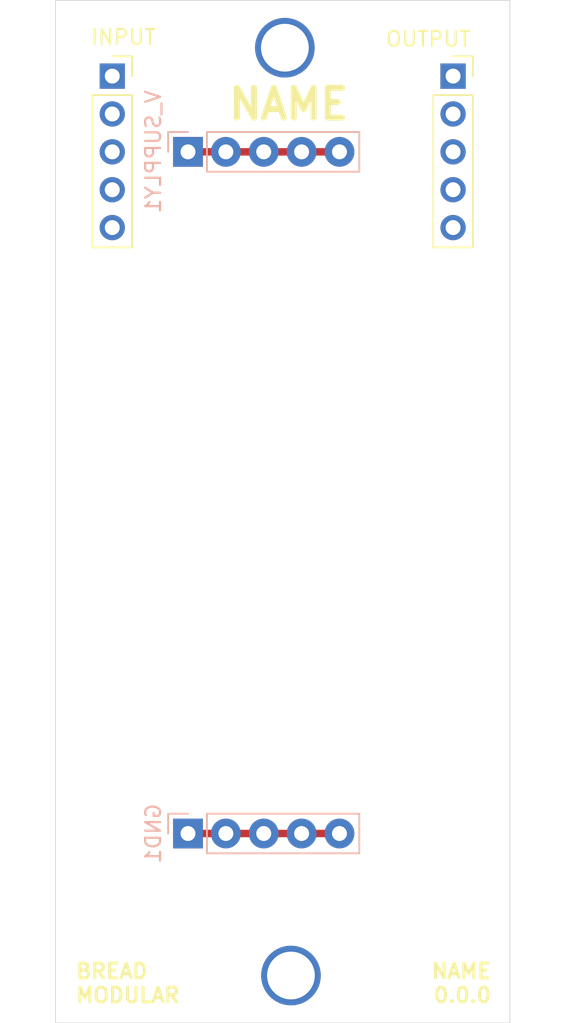
<source format=kicad_pcb>
(kicad_pcb (version 20241229) (generator "pcbnew") (generator_version "9.0")
  (layers (0 "F.Cu" signal) (2 "B.Cu" signal) (13 "F.Paste" user) (15 "B.Paste" user) (5 "F.SilkS" user "F.Silkscreen") (7 "B.SilkS" user "B.Silkscreen") (1 "F.Mask" user) (3 "B.Mask" user) (25 "Edge.Cuts" user))
  (net 0 "")
  (net 1 "GND")
  (net 12 "V_SUPPLY")
  (footprint "Connector_PinSocket_2.54mm:PinSocket_1x05_P2.54mm_Vertical" (layer "F.Cu") (at 50.8 45.72)
    (property "Reference" "INPUT1")
    (property "Value" "Conn_01x05_Socket")
    (fp_line (start -1.33 1.27) (end -1.33 11.49) (stroke (width 0.12)) (layer "F.SilkS"))
    (fp_line (start -1.33 1.27) (end 1.33 1.27) (stroke (width 0.12)) (layer "F.SilkS"))
    (fp_line (start -1.33 11.49) (end 1.33 11.49) (stroke (width 0.12)) (layer "F.SilkS"))
    (fp_line (start 0 -1.33) (end 1.33 -1.33) (stroke (width 0.12)) (layer "F.SilkS"))
    (fp_line (start 1.33 -1.33) (end 1.33 0) (stroke (width 0.12)) (layer "F.SilkS"))
    (fp_line (start 1.33 1.27) (end 1.33 11.49) (stroke (width 0.12)) (layer "F.SilkS"))
    (pad "1" thru_hole rect (at 0 0) (size 1.7 1.7) (drill 1) (layers "*.Cu" "*.Mask"))
    (pad "2" thru_hole oval (at 0 2.54) (size 1.7 1.7) (drill 1) (layers "*.Cu" "*.Mask"))
    (pad "3" thru_hole oval (at 0 5.08) (size 1.7 1.7) (drill 1) (layers "*.Cu" "*.Mask"))
    (pad "4" thru_hole oval (at 0 7.62) (size 1.7 1.7) (drill 1) (layers "*.Cu" "*.Mask"))
    (pad "5" thru_hole oval (at 0 10.16) (size 1.7 1.7) (drill 1) (layers "*.Cu" "*.Mask"))
  )
  (footprint "Connector_PinSocket_2.54mm:PinSocket_1x05_P2.54mm_Vertical" (layer "F.Cu") (at 73.66 45.72)
    (property "Reference" "OUTPUT1")
    (property "Value" "Conn_01x05_Socket")
    (fp_line (start -1.33 1.27) (end -1.33 11.49) (stroke (width 0.12)) (layer "F.SilkS"))
    (fp_line (start -1.33 1.27) (end 1.33 1.27) (stroke (width 0.12)) (layer "F.SilkS"))
    (fp_line (start -1.33 11.49) (end 1.33 11.49) (stroke (width 0.12)) (layer "F.SilkS"))
    (fp_line (start 0 -1.33) (end 1.33 -1.33) (stroke (width 0.12)) (layer "F.SilkS"))
    (fp_line (start 1.33 -1.33) (end 1.33 0) (stroke (width 0.12)) (layer "F.SilkS"))
    (fp_line (start 1.33 1.27) (end 1.33 11.49) (stroke (width 0.12)) (layer "F.SilkS"))
    (pad "1" thru_hole rect (at 0 0) (size 1.7 1.7) (drill 1) (layers "*.Cu" "*.Mask"))
    (pad "2" thru_hole oval (at 0 2.54) (size 1.7 1.7) (drill 1) (layers "*.Cu" "*.Mask"))
    (pad "3" thru_hole oval (at 0 5.08) (size 1.7 1.7) (drill 1) (layers "*.Cu" "*.Mask"))
    (pad "4" thru_hole oval (at 0 7.62) (size 1.7 1.7) (drill 1) (layers "*.Cu" "*.Mask"))
    (pad "5" thru_hole oval (at 0 10.16) (size 1.7 1.7) (drill 1) (layers "*.Cu" "*.Mask"))
  )
  (footprint "BreadModular_MISC:Power_Connector" (layer "B.Cu") (at 55.88 50.8 -90)
    (property "Reference" "V_SUPPLY1" (at 0 2.33 90) (layer "B.SilkS") (effects (justify mirror)))
    (property "Value" "Conn_01x05_Pin")
    (fp_line (start -1.33 1.33) (end -1.33 0) (stroke (width 0.12)) (layer "B.SilkS"))
    (fp_line (start 0 1.33) (end -1.33 1.33) (stroke (width 0.12)) (layer "B.SilkS"))
    (fp_line (start 1.33 -1.27) (end -1.33 -1.27) (stroke (width 0.12)) (layer "B.SilkS"))
    (fp_line (start -1.33 -11.49) (end -1.33 -1.27) (stroke (width 0.12)) (layer "B.SilkS"))
    (fp_line (start 1.33 -11.49) (end 1.33 -1.27) (stroke (width 0.12)) (layer "B.SilkS"))
    (fp_line (start 1.33 -11.49) (end -1.33 -11.49) (stroke (width 0.12)) (layer "B.SilkS"))
    (pad "1" thru_hole rect (at 0 0 270) (size 2 2) (drill 1) (layers "*.Cu" "*.Mask") (net 12 "V_SUPPLY"))
    (pad "2" thru_hole oval (at 0 -2.54 270) (size 2 2) (drill 1) (layers "*.Cu" "*.Mask") (net 12 "V_SUPPLY"))
    (pad "3" thru_hole oval (at 0 -5.08 270) (size 2 2) (drill 1) (layers "*.Cu" "*.Mask") (net 12 "V_SUPPLY"))
    (pad "4" thru_hole oval (at 0 -7.62 270) (size 2 2) (drill 1) (layers "*.Cu" "*.Mask") (net 12 "V_SUPPLY"))
    (pad "5" thru_hole oval (at 0 -10.16 270) (size 2 2) (drill 1) (layers "*.Cu" "*.Mask") (net 12 "V_SUPPLY"))
  )
  (footprint "BreadModular_MISC:Power_Connector" (layer "B.Cu") (at 55.88 96.52 -90)
    (property "Reference" "GND1" (at 0 2.33 90) (layer "B.SilkS") (effects (justify mirror)))
    (property "Value" "Conn_01x05_Pin")
    (fp_line (start -1.33 1.33) (end -1.33 0) (stroke (width 0.12)) (layer "B.SilkS"))
    (fp_line (start 0 1.33) (end -1.33 1.33) (stroke (width 0.12)) (layer "B.SilkS"))
    (fp_line (start 1.33 -1.27) (end -1.33 -1.27) (stroke (width 0.12)) (layer "B.SilkS"))
    (fp_line (start -1.33 -11.49) (end -1.33 -1.27) (stroke (width 0.12)) (layer "B.SilkS"))
    (fp_line (start 1.33 -11.49) (end 1.33 -1.27) (stroke (width 0.12)) (layer "B.SilkS"))
    (fp_line (start 1.33 -11.49) (end -1.33 -11.49) (stroke (width 0.12)) (layer "B.SilkS"))
    (pad "1" thru_hole rect (at 0 0 270) (size 2 2) (drill 1) (layers "*.Cu" "*.Mask") (net 1 "GND"))
    (pad "2" thru_hole oval (at 0 -2.54 270) (size 2 2) (drill 1) (layers "*.Cu" "*.Mask") (net 1 "GND"))
    (pad "3" thru_hole oval (at 0 -5.08 270) (size 2 2) (drill 1) (layers "*.Cu" "*.Mask") (net 1 "GND"))
    (pad "4" thru_hole oval (at 0 -7.62 270) (size 2 2) (drill 1) (layers "*.Cu" "*.Mask") (net 1 "GND"))
    (pad "5" thru_hole oval (at 0 -10.16 270) (size 2 2) (drill 1) (layers "*.Cu" "*.Mask") (net 1 "GND"))
  )
  (gr_line (start 46.99 109.22) (end 77.47 109.22) (stroke (width 0.05)) (layer "Edge.Cuts"))
  (gr_line (start 77.47 40.64) (end 46.99 40.64) (stroke (width 0.05)) (layer "Edge.Cuts"))
  (gr_line (start 46.99 40.64) (end 46.99 109.22) (stroke (width 0.05)) (layer "Edge.Cuts"))
  (gr_line (start 77.47 109.22) (end 77.47 40.64) (stroke (width 0.05)) (layer "Edge.Cuts"))
  (gr_text "INPUT" (at 49.276 43.688 0) (layer "F.SilkS") (effects (font (size 1 1)) (justify left bottom)))
  (gr_text "NAME\n0.0.0" (at 76.327 107.95 0) (layer "F.SilkS") (effects (font (size 1 1) (thickness 0.2) (bold yes)) (justify right bottom)))
  (gr_text "NAME" (at 58.42 48.768 0) (layer "F.SilkS") (effects (font (size 2 2) (thickness 0.4) (bold yes)) (justify left bottom)))
  (gr_text "OUTPUT" (at 74.93 43.815 0) (layer "F.SilkS") (effects (font (size 1 1)) (justify right bottom)))
  (gr_text "BREAD\nMODULAR" (at 48.26 107.95 0) (layer "F.SilkS") (effects (font (size 1 1) (thickness 0.2) (bold yes)) (justify left bottom)))
  (via (at 62.784908 106.045) (size 4) (drill 3.2) (layers "F.Cu" "B.Cu") (net 0))
  (via (at 62.37758 43.815) (size 4) (drill 3.2) (layers "F.Cu" "B.Cu") (net 0))
  (segment (start 55.88 96.52) (end 66.04 96.52) (width 0.5) (layer "F.Cu") (net 1))
  (segment (start 55.88 50.8) (end 66.04 50.8) (width 0.5) (layer "F.Cu") (net 12))
)
</source>
